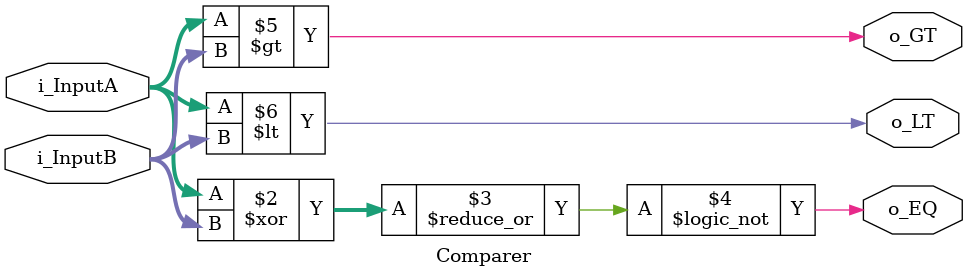
<source format=sv>
module Comparer 
#(
    parameter WIDTH          = 32)
(
    input  logic [WIDTH-1:0] i_InputA, // Entrada per comparar A
    input  logic [WIDTH-1:0] i_InputB, // Entrada per comparar B
    
    output logic             o_EQ,     // A == B
    output logic             o_GT,     // A > B
    output logic             o_LT);    // A < B

    always_comb begin
        o_EQ  = ~|(i_InputA ^ i_InputB);
        o_GT  = i_InputA > i_InputB;
        o_LT  = i_InputA < i_InputB;
    end
    
endmodule

    
    
</source>
